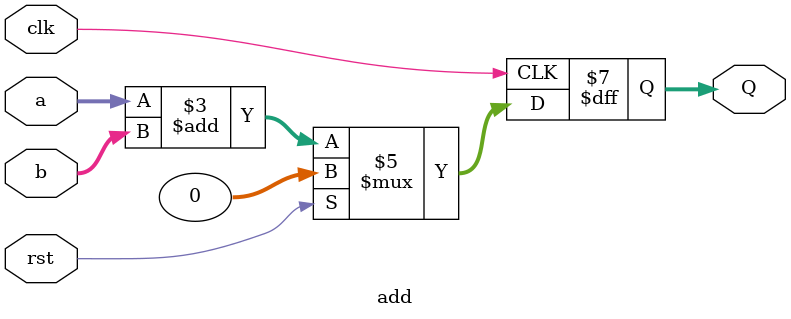
<source format=v>
module add #(parameter N=32)(  
      input [N-1:0] a,
      input [N-1:0] b, 
      input clk, rst,
	  output reg [N-1:0] Q
);  
always @(posedge clk) begin
    if (~rst)
	    begin
            Q = a + b; 
		end
	else
        Q<=0;
end
endmodule	    
</source>
